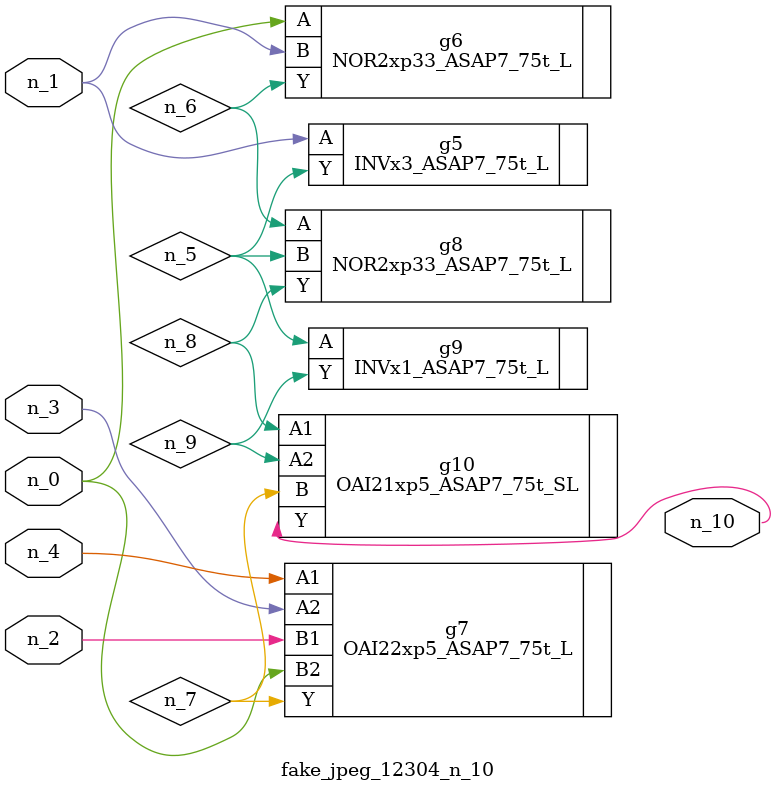
<source format=v>
module fake_jpeg_12304_n_10 (n_3, n_2, n_1, n_0, n_4, n_10);

input n_3;
input n_2;
input n_1;
input n_0;
input n_4;

output n_10;

wire n_8;
wire n_9;
wire n_6;
wire n_5;
wire n_7;

INVx3_ASAP7_75t_L g5 ( 
.A(n_1),
.Y(n_5)
);

NOR2xp33_ASAP7_75t_L g6 ( 
.A(n_0),
.B(n_1),
.Y(n_6)
);

OAI22xp5_ASAP7_75t_L g7 ( 
.A1(n_4),
.A2(n_3),
.B1(n_2),
.B2(n_0),
.Y(n_7)
);

NOR2xp33_ASAP7_75t_L g8 ( 
.A(n_6),
.B(n_5),
.Y(n_8)
);

OAI21xp5_ASAP7_75t_SL g10 ( 
.A1(n_8),
.A2(n_9),
.B(n_7),
.Y(n_10)
);

INVx1_ASAP7_75t_L g9 ( 
.A(n_5),
.Y(n_9)
);


endmodule
</source>
